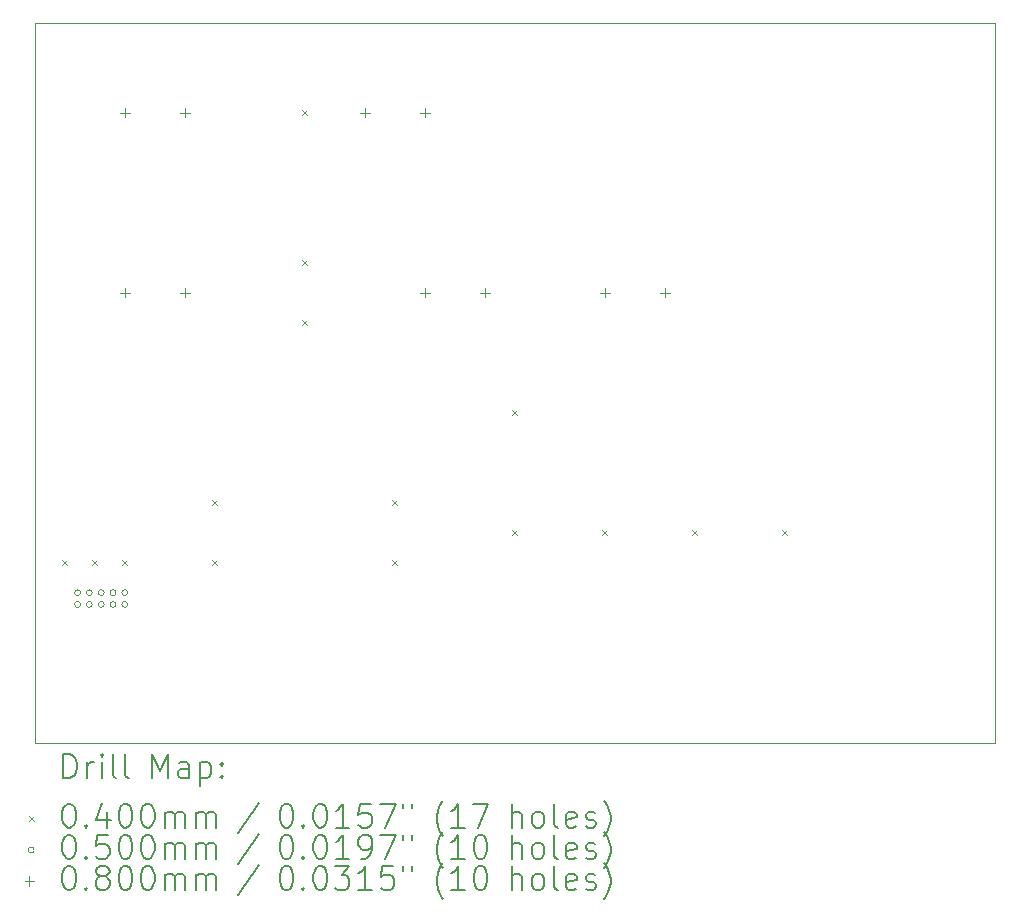
<source format=gbr>
%TF.GenerationSoftware,KiCad,Pcbnew,(7.0.0)*%
%TF.CreationDate,2023-02-22T15:50:25+01:00*%
%TF.ProjectId,PCH-1000JIG,5043482d-3130-4303-904a-49472e6b6963,rev?*%
%TF.SameCoordinates,Original*%
%TF.FileFunction,Drillmap*%
%TF.FilePolarity,Positive*%
%FSLAX45Y45*%
G04 Gerber Fmt 4.5, Leading zero omitted, Abs format (unit mm)*
G04 Created by KiCad (PCBNEW (7.0.0)) date 2023-02-22 15:50:25*
%MOMM*%
%LPD*%
G01*
G04 APERTURE LIST*
%ADD10C,0.100000*%
%ADD11C,0.200000*%
%ADD12C,0.040000*%
%ADD13C,0.050000*%
%ADD14C,0.080000*%
G04 APERTURE END LIST*
D10*
X1524000Y-1524000D02*
X9652000Y-1524000D01*
X9652000Y-1524000D02*
X9652000Y-7620000D01*
X9652000Y-7620000D02*
X1524000Y-7620000D01*
X1524000Y-7620000D02*
X1524000Y-1524000D01*
D11*
D12*
X1758000Y-6076000D02*
X1798000Y-6116000D01*
X1798000Y-6076000D02*
X1758000Y-6116000D01*
X2012000Y-6076000D02*
X2052000Y-6116000D01*
X2052000Y-6076000D02*
X2012000Y-6116000D01*
X2266000Y-6076000D02*
X2306000Y-6116000D01*
X2306000Y-6076000D02*
X2266000Y-6116000D01*
X3028000Y-5568000D02*
X3068000Y-5608000D01*
X3068000Y-5568000D02*
X3028000Y-5608000D01*
X3028000Y-6076000D02*
X3068000Y-6116000D01*
X3068000Y-6076000D02*
X3028000Y-6116000D01*
X3790000Y-2266000D02*
X3830000Y-2306000D01*
X3830000Y-2266000D02*
X3790000Y-2306000D01*
X3790000Y-3536000D02*
X3830000Y-3576000D01*
X3830000Y-3536000D02*
X3790000Y-3576000D01*
X3790000Y-3536000D02*
X3830000Y-3576000D01*
X3830000Y-3536000D02*
X3790000Y-3576000D01*
X3790000Y-4044000D02*
X3830000Y-4084000D01*
X3830000Y-4044000D02*
X3790000Y-4084000D01*
X3790000Y-4044000D02*
X3830000Y-4084000D01*
X3830000Y-4044000D02*
X3790000Y-4084000D01*
X4552000Y-5568000D02*
X4592000Y-5608000D01*
X4592000Y-5568000D02*
X4552000Y-5608000D01*
X4552000Y-6076000D02*
X4592000Y-6116000D01*
X4592000Y-6076000D02*
X4552000Y-6116000D01*
X5568000Y-4806000D02*
X5608000Y-4846000D01*
X5608000Y-4806000D02*
X5568000Y-4846000D01*
X5568000Y-5822000D02*
X5608000Y-5862000D01*
X5608000Y-5822000D02*
X5568000Y-5862000D01*
X6330000Y-5822000D02*
X6370000Y-5862000D01*
X6370000Y-5822000D02*
X6330000Y-5862000D01*
X7092000Y-5822000D02*
X7132000Y-5862000D01*
X7132000Y-5822000D02*
X7092000Y-5862000D01*
X7854000Y-5822000D02*
X7894000Y-5862000D01*
X7894000Y-5822000D02*
X7854000Y-5862000D01*
D13*
X1911000Y-6350000D02*
G75*
G03*
X1911000Y-6350000I-25000J0D01*
G01*
X1911000Y-6450000D02*
G75*
G03*
X1911000Y-6450000I-25000J0D01*
G01*
X2011000Y-6350000D02*
G75*
G03*
X2011000Y-6350000I-25000J0D01*
G01*
X2011000Y-6450000D02*
G75*
G03*
X2011000Y-6450000I-25000J0D01*
G01*
X2111000Y-6350000D02*
G75*
G03*
X2111000Y-6350000I-25000J0D01*
G01*
X2111000Y-6450000D02*
G75*
G03*
X2111000Y-6450000I-25000J0D01*
G01*
X2211000Y-6350000D02*
G75*
G03*
X2211000Y-6350000I-25000J0D01*
G01*
X2211000Y-6450000D02*
G75*
G03*
X2211000Y-6450000I-25000J0D01*
G01*
X2311000Y-6350000D02*
G75*
G03*
X2311000Y-6350000I-25000J0D01*
G01*
X2311000Y-6450000D02*
G75*
G03*
X2311000Y-6450000I-25000J0D01*
G01*
D14*
X2286000Y-2246000D02*
X2286000Y-2326000D01*
X2246000Y-2286000D02*
X2326000Y-2286000D01*
X2286000Y-3770000D02*
X2286000Y-3850000D01*
X2246000Y-3810000D02*
X2326000Y-3810000D01*
X2794000Y-2246000D02*
X2794000Y-2326000D01*
X2754000Y-2286000D02*
X2834000Y-2286000D01*
X2794000Y-3770000D02*
X2794000Y-3850000D01*
X2754000Y-3810000D02*
X2834000Y-3810000D01*
X4318000Y-2246000D02*
X4318000Y-2326000D01*
X4278000Y-2286000D02*
X4358000Y-2286000D01*
X4826000Y-2246000D02*
X4826000Y-2326000D01*
X4786000Y-2286000D02*
X4866000Y-2286000D01*
X4826000Y-3770000D02*
X4826000Y-3850000D01*
X4786000Y-3810000D02*
X4866000Y-3810000D01*
X5334000Y-3770000D02*
X5334000Y-3850000D01*
X5294000Y-3810000D02*
X5374000Y-3810000D01*
X6350000Y-3770000D02*
X6350000Y-3850000D01*
X6310000Y-3810000D02*
X6390000Y-3810000D01*
X6858000Y-3770000D02*
X6858000Y-3850000D01*
X6818000Y-3810000D02*
X6898000Y-3810000D01*
D11*
X1766619Y-7918476D02*
X1766619Y-7718476D01*
X1766619Y-7718476D02*
X1814238Y-7718476D01*
X1814238Y-7718476D02*
X1842809Y-7728000D01*
X1842809Y-7728000D02*
X1861857Y-7747048D01*
X1861857Y-7747048D02*
X1871381Y-7766095D01*
X1871381Y-7766095D02*
X1880905Y-7804190D01*
X1880905Y-7804190D02*
X1880905Y-7832762D01*
X1880905Y-7832762D02*
X1871381Y-7870857D01*
X1871381Y-7870857D02*
X1861857Y-7889905D01*
X1861857Y-7889905D02*
X1842809Y-7908952D01*
X1842809Y-7908952D02*
X1814238Y-7918476D01*
X1814238Y-7918476D02*
X1766619Y-7918476D01*
X1966619Y-7918476D02*
X1966619Y-7785143D01*
X1966619Y-7823238D02*
X1976143Y-7804190D01*
X1976143Y-7804190D02*
X1985667Y-7794667D01*
X1985667Y-7794667D02*
X2004714Y-7785143D01*
X2004714Y-7785143D02*
X2023762Y-7785143D01*
X2090428Y-7918476D02*
X2090428Y-7785143D01*
X2090428Y-7718476D02*
X2080905Y-7728000D01*
X2080905Y-7728000D02*
X2090428Y-7737524D01*
X2090428Y-7737524D02*
X2099952Y-7728000D01*
X2099952Y-7728000D02*
X2090428Y-7718476D01*
X2090428Y-7718476D02*
X2090428Y-7737524D01*
X2214238Y-7918476D02*
X2195190Y-7908952D01*
X2195190Y-7908952D02*
X2185667Y-7889905D01*
X2185667Y-7889905D02*
X2185667Y-7718476D01*
X2319000Y-7918476D02*
X2299952Y-7908952D01*
X2299952Y-7908952D02*
X2290429Y-7889905D01*
X2290429Y-7889905D02*
X2290429Y-7718476D01*
X2515190Y-7918476D02*
X2515190Y-7718476D01*
X2515190Y-7718476D02*
X2581857Y-7861333D01*
X2581857Y-7861333D02*
X2648524Y-7718476D01*
X2648524Y-7718476D02*
X2648524Y-7918476D01*
X2829476Y-7918476D02*
X2829476Y-7813714D01*
X2829476Y-7813714D02*
X2819952Y-7794667D01*
X2819952Y-7794667D02*
X2800905Y-7785143D01*
X2800905Y-7785143D02*
X2762809Y-7785143D01*
X2762809Y-7785143D02*
X2743762Y-7794667D01*
X2829476Y-7908952D02*
X2810428Y-7918476D01*
X2810428Y-7918476D02*
X2762809Y-7918476D01*
X2762809Y-7918476D02*
X2743762Y-7908952D01*
X2743762Y-7908952D02*
X2734238Y-7889905D01*
X2734238Y-7889905D02*
X2734238Y-7870857D01*
X2734238Y-7870857D02*
X2743762Y-7851809D01*
X2743762Y-7851809D02*
X2762809Y-7842286D01*
X2762809Y-7842286D02*
X2810428Y-7842286D01*
X2810428Y-7842286D02*
X2829476Y-7832762D01*
X2924714Y-7785143D02*
X2924714Y-7985143D01*
X2924714Y-7794667D02*
X2943762Y-7785143D01*
X2943762Y-7785143D02*
X2981857Y-7785143D01*
X2981857Y-7785143D02*
X3000905Y-7794667D01*
X3000905Y-7794667D02*
X3010428Y-7804190D01*
X3010428Y-7804190D02*
X3019952Y-7823238D01*
X3019952Y-7823238D02*
X3019952Y-7880381D01*
X3019952Y-7880381D02*
X3010428Y-7899428D01*
X3010428Y-7899428D02*
X3000905Y-7908952D01*
X3000905Y-7908952D02*
X2981857Y-7918476D01*
X2981857Y-7918476D02*
X2943762Y-7918476D01*
X2943762Y-7918476D02*
X2924714Y-7908952D01*
X3105667Y-7899428D02*
X3115190Y-7908952D01*
X3115190Y-7908952D02*
X3105667Y-7918476D01*
X3105667Y-7918476D02*
X3096143Y-7908952D01*
X3096143Y-7908952D02*
X3105667Y-7899428D01*
X3105667Y-7899428D02*
X3105667Y-7918476D01*
X3105667Y-7794667D02*
X3115190Y-7804190D01*
X3115190Y-7804190D02*
X3105667Y-7813714D01*
X3105667Y-7813714D02*
X3096143Y-7804190D01*
X3096143Y-7804190D02*
X3105667Y-7794667D01*
X3105667Y-7794667D02*
X3105667Y-7813714D01*
D12*
X1479000Y-8245000D02*
X1519000Y-8285000D01*
X1519000Y-8245000D02*
X1479000Y-8285000D01*
D11*
X1804714Y-8138476D02*
X1823762Y-8138476D01*
X1823762Y-8138476D02*
X1842809Y-8148000D01*
X1842809Y-8148000D02*
X1852333Y-8157524D01*
X1852333Y-8157524D02*
X1861857Y-8176571D01*
X1861857Y-8176571D02*
X1871381Y-8214667D01*
X1871381Y-8214667D02*
X1871381Y-8262286D01*
X1871381Y-8262286D02*
X1861857Y-8300381D01*
X1861857Y-8300381D02*
X1852333Y-8319428D01*
X1852333Y-8319428D02*
X1842809Y-8328952D01*
X1842809Y-8328952D02*
X1823762Y-8338476D01*
X1823762Y-8338476D02*
X1804714Y-8338476D01*
X1804714Y-8338476D02*
X1785667Y-8328952D01*
X1785667Y-8328952D02*
X1776143Y-8319428D01*
X1776143Y-8319428D02*
X1766619Y-8300381D01*
X1766619Y-8300381D02*
X1757095Y-8262286D01*
X1757095Y-8262286D02*
X1757095Y-8214667D01*
X1757095Y-8214667D02*
X1766619Y-8176571D01*
X1766619Y-8176571D02*
X1776143Y-8157524D01*
X1776143Y-8157524D02*
X1785667Y-8148000D01*
X1785667Y-8148000D02*
X1804714Y-8138476D01*
X1957095Y-8319428D02*
X1966619Y-8328952D01*
X1966619Y-8328952D02*
X1957095Y-8338476D01*
X1957095Y-8338476D02*
X1947571Y-8328952D01*
X1947571Y-8328952D02*
X1957095Y-8319428D01*
X1957095Y-8319428D02*
X1957095Y-8338476D01*
X2138048Y-8205143D02*
X2138048Y-8338476D01*
X2090428Y-8128952D02*
X2042809Y-8271809D01*
X2042809Y-8271809D02*
X2166619Y-8271809D01*
X2280905Y-8138476D02*
X2299952Y-8138476D01*
X2299952Y-8138476D02*
X2319000Y-8148000D01*
X2319000Y-8148000D02*
X2328524Y-8157524D01*
X2328524Y-8157524D02*
X2338048Y-8176571D01*
X2338048Y-8176571D02*
X2347571Y-8214667D01*
X2347571Y-8214667D02*
X2347571Y-8262286D01*
X2347571Y-8262286D02*
X2338048Y-8300381D01*
X2338048Y-8300381D02*
X2328524Y-8319428D01*
X2328524Y-8319428D02*
X2319000Y-8328952D01*
X2319000Y-8328952D02*
X2299952Y-8338476D01*
X2299952Y-8338476D02*
X2280905Y-8338476D01*
X2280905Y-8338476D02*
X2261857Y-8328952D01*
X2261857Y-8328952D02*
X2252333Y-8319428D01*
X2252333Y-8319428D02*
X2242810Y-8300381D01*
X2242810Y-8300381D02*
X2233286Y-8262286D01*
X2233286Y-8262286D02*
X2233286Y-8214667D01*
X2233286Y-8214667D02*
X2242810Y-8176571D01*
X2242810Y-8176571D02*
X2252333Y-8157524D01*
X2252333Y-8157524D02*
X2261857Y-8148000D01*
X2261857Y-8148000D02*
X2280905Y-8138476D01*
X2471381Y-8138476D02*
X2490429Y-8138476D01*
X2490429Y-8138476D02*
X2509476Y-8148000D01*
X2509476Y-8148000D02*
X2519000Y-8157524D01*
X2519000Y-8157524D02*
X2528524Y-8176571D01*
X2528524Y-8176571D02*
X2538048Y-8214667D01*
X2538048Y-8214667D02*
X2538048Y-8262286D01*
X2538048Y-8262286D02*
X2528524Y-8300381D01*
X2528524Y-8300381D02*
X2519000Y-8319428D01*
X2519000Y-8319428D02*
X2509476Y-8328952D01*
X2509476Y-8328952D02*
X2490429Y-8338476D01*
X2490429Y-8338476D02*
X2471381Y-8338476D01*
X2471381Y-8338476D02*
X2452333Y-8328952D01*
X2452333Y-8328952D02*
X2442810Y-8319428D01*
X2442810Y-8319428D02*
X2433286Y-8300381D01*
X2433286Y-8300381D02*
X2423762Y-8262286D01*
X2423762Y-8262286D02*
X2423762Y-8214667D01*
X2423762Y-8214667D02*
X2433286Y-8176571D01*
X2433286Y-8176571D02*
X2442810Y-8157524D01*
X2442810Y-8157524D02*
X2452333Y-8148000D01*
X2452333Y-8148000D02*
X2471381Y-8138476D01*
X2623762Y-8338476D02*
X2623762Y-8205143D01*
X2623762Y-8224190D02*
X2633286Y-8214667D01*
X2633286Y-8214667D02*
X2652333Y-8205143D01*
X2652333Y-8205143D02*
X2680905Y-8205143D01*
X2680905Y-8205143D02*
X2699952Y-8214667D01*
X2699952Y-8214667D02*
X2709476Y-8233714D01*
X2709476Y-8233714D02*
X2709476Y-8338476D01*
X2709476Y-8233714D02*
X2719000Y-8214667D01*
X2719000Y-8214667D02*
X2738048Y-8205143D01*
X2738048Y-8205143D02*
X2766619Y-8205143D01*
X2766619Y-8205143D02*
X2785667Y-8214667D01*
X2785667Y-8214667D02*
X2795191Y-8233714D01*
X2795191Y-8233714D02*
X2795191Y-8338476D01*
X2890429Y-8338476D02*
X2890429Y-8205143D01*
X2890429Y-8224190D02*
X2899952Y-8214667D01*
X2899952Y-8214667D02*
X2919000Y-8205143D01*
X2919000Y-8205143D02*
X2947571Y-8205143D01*
X2947571Y-8205143D02*
X2966619Y-8214667D01*
X2966619Y-8214667D02*
X2976143Y-8233714D01*
X2976143Y-8233714D02*
X2976143Y-8338476D01*
X2976143Y-8233714D02*
X2985667Y-8214667D01*
X2985667Y-8214667D02*
X3004714Y-8205143D01*
X3004714Y-8205143D02*
X3033286Y-8205143D01*
X3033286Y-8205143D02*
X3052333Y-8214667D01*
X3052333Y-8214667D02*
X3061857Y-8233714D01*
X3061857Y-8233714D02*
X3061857Y-8338476D01*
X3419952Y-8128952D02*
X3248524Y-8386095D01*
X3644714Y-8138476D02*
X3663762Y-8138476D01*
X3663762Y-8138476D02*
X3682810Y-8148000D01*
X3682810Y-8148000D02*
X3692333Y-8157524D01*
X3692333Y-8157524D02*
X3701857Y-8176571D01*
X3701857Y-8176571D02*
X3711381Y-8214667D01*
X3711381Y-8214667D02*
X3711381Y-8262286D01*
X3711381Y-8262286D02*
X3701857Y-8300381D01*
X3701857Y-8300381D02*
X3692333Y-8319428D01*
X3692333Y-8319428D02*
X3682810Y-8328952D01*
X3682810Y-8328952D02*
X3663762Y-8338476D01*
X3663762Y-8338476D02*
X3644714Y-8338476D01*
X3644714Y-8338476D02*
X3625667Y-8328952D01*
X3625667Y-8328952D02*
X3616143Y-8319428D01*
X3616143Y-8319428D02*
X3606619Y-8300381D01*
X3606619Y-8300381D02*
X3597095Y-8262286D01*
X3597095Y-8262286D02*
X3597095Y-8214667D01*
X3597095Y-8214667D02*
X3606619Y-8176571D01*
X3606619Y-8176571D02*
X3616143Y-8157524D01*
X3616143Y-8157524D02*
X3625667Y-8148000D01*
X3625667Y-8148000D02*
X3644714Y-8138476D01*
X3797095Y-8319428D02*
X3806619Y-8328952D01*
X3806619Y-8328952D02*
X3797095Y-8338476D01*
X3797095Y-8338476D02*
X3787571Y-8328952D01*
X3787571Y-8328952D02*
X3797095Y-8319428D01*
X3797095Y-8319428D02*
X3797095Y-8338476D01*
X3930429Y-8138476D02*
X3949476Y-8138476D01*
X3949476Y-8138476D02*
X3968524Y-8148000D01*
X3968524Y-8148000D02*
X3978048Y-8157524D01*
X3978048Y-8157524D02*
X3987571Y-8176571D01*
X3987571Y-8176571D02*
X3997095Y-8214667D01*
X3997095Y-8214667D02*
X3997095Y-8262286D01*
X3997095Y-8262286D02*
X3987571Y-8300381D01*
X3987571Y-8300381D02*
X3978048Y-8319428D01*
X3978048Y-8319428D02*
X3968524Y-8328952D01*
X3968524Y-8328952D02*
X3949476Y-8338476D01*
X3949476Y-8338476D02*
X3930429Y-8338476D01*
X3930429Y-8338476D02*
X3911381Y-8328952D01*
X3911381Y-8328952D02*
X3901857Y-8319428D01*
X3901857Y-8319428D02*
X3892333Y-8300381D01*
X3892333Y-8300381D02*
X3882810Y-8262286D01*
X3882810Y-8262286D02*
X3882810Y-8214667D01*
X3882810Y-8214667D02*
X3892333Y-8176571D01*
X3892333Y-8176571D02*
X3901857Y-8157524D01*
X3901857Y-8157524D02*
X3911381Y-8148000D01*
X3911381Y-8148000D02*
X3930429Y-8138476D01*
X4187571Y-8338476D02*
X4073286Y-8338476D01*
X4130429Y-8338476D02*
X4130429Y-8138476D01*
X4130429Y-8138476D02*
X4111381Y-8167048D01*
X4111381Y-8167048D02*
X4092333Y-8186095D01*
X4092333Y-8186095D02*
X4073286Y-8195619D01*
X4368524Y-8138476D02*
X4273286Y-8138476D01*
X4273286Y-8138476D02*
X4263762Y-8233714D01*
X4263762Y-8233714D02*
X4273286Y-8224190D01*
X4273286Y-8224190D02*
X4292333Y-8214667D01*
X4292333Y-8214667D02*
X4339953Y-8214667D01*
X4339953Y-8214667D02*
X4359000Y-8224190D01*
X4359000Y-8224190D02*
X4368524Y-8233714D01*
X4368524Y-8233714D02*
X4378048Y-8252762D01*
X4378048Y-8252762D02*
X4378048Y-8300381D01*
X4378048Y-8300381D02*
X4368524Y-8319428D01*
X4368524Y-8319428D02*
X4359000Y-8328952D01*
X4359000Y-8328952D02*
X4339953Y-8338476D01*
X4339953Y-8338476D02*
X4292333Y-8338476D01*
X4292333Y-8338476D02*
X4273286Y-8328952D01*
X4273286Y-8328952D02*
X4263762Y-8319428D01*
X4444714Y-8138476D02*
X4578048Y-8138476D01*
X4578048Y-8138476D02*
X4492333Y-8338476D01*
X4644714Y-8138476D02*
X4644714Y-8176571D01*
X4720905Y-8138476D02*
X4720905Y-8176571D01*
X4983762Y-8414667D02*
X4974238Y-8405143D01*
X4974238Y-8405143D02*
X4955191Y-8376571D01*
X4955191Y-8376571D02*
X4945667Y-8357524D01*
X4945667Y-8357524D02*
X4936143Y-8328952D01*
X4936143Y-8328952D02*
X4926619Y-8281333D01*
X4926619Y-8281333D02*
X4926619Y-8243238D01*
X4926619Y-8243238D02*
X4936143Y-8195619D01*
X4936143Y-8195619D02*
X4945667Y-8167048D01*
X4945667Y-8167048D02*
X4955191Y-8148000D01*
X4955191Y-8148000D02*
X4974238Y-8119428D01*
X4974238Y-8119428D02*
X4983762Y-8109905D01*
X5164714Y-8338476D02*
X5050429Y-8338476D01*
X5107572Y-8338476D02*
X5107572Y-8138476D01*
X5107572Y-8138476D02*
X5088524Y-8167048D01*
X5088524Y-8167048D02*
X5069476Y-8186095D01*
X5069476Y-8186095D02*
X5050429Y-8195619D01*
X5231381Y-8138476D02*
X5364714Y-8138476D01*
X5364714Y-8138476D02*
X5279000Y-8338476D01*
X5560905Y-8338476D02*
X5560905Y-8138476D01*
X5646619Y-8338476D02*
X5646619Y-8233714D01*
X5646619Y-8233714D02*
X5637095Y-8214667D01*
X5637095Y-8214667D02*
X5618048Y-8205143D01*
X5618048Y-8205143D02*
X5589476Y-8205143D01*
X5589476Y-8205143D02*
X5570429Y-8214667D01*
X5570429Y-8214667D02*
X5560905Y-8224190D01*
X5770429Y-8338476D02*
X5751381Y-8328952D01*
X5751381Y-8328952D02*
X5741857Y-8319428D01*
X5741857Y-8319428D02*
X5732333Y-8300381D01*
X5732333Y-8300381D02*
X5732333Y-8243238D01*
X5732333Y-8243238D02*
X5741857Y-8224190D01*
X5741857Y-8224190D02*
X5751381Y-8214667D01*
X5751381Y-8214667D02*
X5770429Y-8205143D01*
X5770429Y-8205143D02*
X5799000Y-8205143D01*
X5799000Y-8205143D02*
X5818048Y-8214667D01*
X5818048Y-8214667D02*
X5827572Y-8224190D01*
X5827572Y-8224190D02*
X5837095Y-8243238D01*
X5837095Y-8243238D02*
X5837095Y-8300381D01*
X5837095Y-8300381D02*
X5827572Y-8319428D01*
X5827572Y-8319428D02*
X5818048Y-8328952D01*
X5818048Y-8328952D02*
X5799000Y-8338476D01*
X5799000Y-8338476D02*
X5770429Y-8338476D01*
X5951381Y-8338476D02*
X5932333Y-8328952D01*
X5932333Y-8328952D02*
X5922810Y-8309905D01*
X5922810Y-8309905D02*
X5922810Y-8138476D01*
X6103762Y-8328952D02*
X6084714Y-8338476D01*
X6084714Y-8338476D02*
X6046619Y-8338476D01*
X6046619Y-8338476D02*
X6027572Y-8328952D01*
X6027572Y-8328952D02*
X6018048Y-8309905D01*
X6018048Y-8309905D02*
X6018048Y-8233714D01*
X6018048Y-8233714D02*
X6027572Y-8214667D01*
X6027572Y-8214667D02*
X6046619Y-8205143D01*
X6046619Y-8205143D02*
X6084714Y-8205143D01*
X6084714Y-8205143D02*
X6103762Y-8214667D01*
X6103762Y-8214667D02*
X6113286Y-8233714D01*
X6113286Y-8233714D02*
X6113286Y-8252762D01*
X6113286Y-8252762D02*
X6018048Y-8271809D01*
X6189476Y-8328952D02*
X6208524Y-8338476D01*
X6208524Y-8338476D02*
X6246619Y-8338476D01*
X6246619Y-8338476D02*
X6265667Y-8328952D01*
X6265667Y-8328952D02*
X6275191Y-8309905D01*
X6275191Y-8309905D02*
X6275191Y-8300381D01*
X6275191Y-8300381D02*
X6265667Y-8281333D01*
X6265667Y-8281333D02*
X6246619Y-8271809D01*
X6246619Y-8271809D02*
X6218048Y-8271809D01*
X6218048Y-8271809D02*
X6199000Y-8262286D01*
X6199000Y-8262286D02*
X6189476Y-8243238D01*
X6189476Y-8243238D02*
X6189476Y-8233714D01*
X6189476Y-8233714D02*
X6199000Y-8214667D01*
X6199000Y-8214667D02*
X6218048Y-8205143D01*
X6218048Y-8205143D02*
X6246619Y-8205143D01*
X6246619Y-8205143D02*
X6265667Y-8214667D01*
X6341857Y-8414667D02*
X6351381Y-8405143D01*
X6351381Y-8405143D02*
X6370429Y-8376571D01*
X6370429Y-8376571D02*
X6379953Y-8357524D01*
X6379953Y-8357524D02*
X6389476Y-8328952D01*
X6389476Y-8328952D02*
X6399000Y-8281333D01*
X6399000Y-8281333D02*
X6399000Y-8243238D01*
X6399000Y-8243238D02*
X6389476Y-8195619D01*
X6389476Y-8195619D02*
X6379953Y-8167048D01*
X6379953Y-8167048D02*
X6370429Y-8148000D01*
X6370429Y-8148000D02*
X6351381Y-8119428D01*
X6351381Y-8119428D02*
X6341857Y-8109905D01*
D13*
X1519000Y-8529000D02*
G75*
G03*
X1519000Y-8529000I-25000J0D01*
G01*
D11*
X1804714Y-8402476D02*
X1823762Y-8402476D01*
X1823762Y-8402476D02*
X1842809Y-8412000D01*
X1842809Y-8412000D02*
X1852333Y-8421524D01*
X1852333Y-8421524D02*
X1861857Y-8440571D01*
X1861857Y-8440571D02*
X1871381Y-8478667D01*
X1871381Y-8478667D02*
X1871381Y-8526286D01*
X1871381Y-8526286D02*
X1861857Y-8564381D01*
X1861857Y-8564381D02*
X1852333Y-8583429D01*
X1852333Y-8583429D02*
X1842809Y-8592952D01*
X1842809Y-8592952D02*
X1823762Y-8602476D01*
X1823762Y-8602476D02*
X1804714Y-8602476D01*
X1804714Y-8602476D02*
X1785667Y-8592952D01*
X1785667Y-8592952D02*
X1776143Y-8583429D01*
X1776143Y-8583429D02*
X1766619Y-8564381D01*
X1766619Y-8564381D02*
X1757095Y-8526286D01*
X1757095Y-8526286D02*
X1757095Y-8478667D01*
X1757095Y-8478667D02*
X1766619Y-8440571D01*
X1766619Y-8440571D02*
X1776143Y-8421524D01*
X1776143Y-8421524D02*
X1785667Y-8412000D01*
X1785667Y-8412000D02*
X1804714Y-8402476D01*
X1957095Y-8583429D02*
X1966619Y-8592952D01*
X1966619Y-8592952D02*
X1957095Y-8602476D01*
X1957095Y-8602476D02*
X1947571Y-8592952D01*
X1947571Y-8592952D02*
X1957095Y-8583429D01*
X1957095Y-8583429D02*
X1957095Y-8602476D01*
X2147571Y-8402476D02*
X2052333Y-8402476D01*
X2052333Y-8402476D02*
X2042809Y-8497714D01*
X2042809Y-8497714D02*
X2052333Y-8488190D01*
X2052333Y-8488190D02*
X2071381Y-8478667D01*
X2071381Y-8478667D02*
X2119000Y-8478667D01*
X2119000Y-8478667D02*
X2138048Y-8488190D01*
X2138048Y-8488190D02*
X2147571Y-8497714D01*
X2147571Y-8497714D02*
X2157095Y-8516762D01*
X2157095Y-8516762D02*
X2157095Y-8564381D01*
X2157095Y-8564381D02*
X2147571Y-8583429D01*
X2147571Y-8583429D02*
X2138048Y-8592952D01*
X2138048Y-8592952D02*
X2119000Y-8602476D01*
X2119000Y-8602476D02*
X2071381Y-8602476D01*
X2071381Y-8602476D02*
X2052333Y-8592952D01*
X2052333Y-8592952D02*
X2042809Y-8583429D01*
X2280905Y-8402476D02*
X2299952Y-8402476D01*
X2299952Y-8402476D02*
X2319000Y-8412000D01*
X2319000Y-8412000D02*
X2328524Y-8421524D01*
X2328524Y-8421524D02*
X2338048Y-8440571D01*
X2338048Y-8440571D02*
X2347571Y-8478667D01*
X2347571Y-8478667D02*
X2347571Y-8526286D01*
X2347571Y-8526286D02*
X2338048Y-8564381D01*
X2338048Y-8564381D02*
X2328524Y-8583429D01*
X2328524Y-8583429D02*
X2319000Y-8592952D01*
X2319000Y-8592952D02*
X2299952Y-8602476D01*
X2299952Y-8602476D02*
X2280905Y-8602476D01*
X2280905Y-8602476D02*
X2261857Y-8592952D01*
X2261857Y-8592952D02*
X2252333Y-8583429D01*
X2252333Y-8583429D02*
X2242810Y-8564381D01*
X2242810Y-8564381D02*
X2233286Y-8526286D01*
X2233286Y-8526286D02*
X2233286Y-8478667D01*
X2233286Y-8478667D02*
X2242810Y-8440571D01*
X2242810Y-8440571D02*
X2252333Y-8421524D01*
X2252333Y-8421524D02*
X2261857Y-8412000D01*
X2261857Y-8412000D02*
X2280905Y-8402476D01*
X2471381Y-8402476D02*
X2490429Y-8402476D01*
X2490429Y-8402476D02*
X2509476Y-8412000D01*
X2509476Y-8412000D02*
X2519000Y-8421524D01*
X2519000Y-8421524D02*
X2528524Y-8440571D01*
X2528524Y-8440571D02*
X2538048Y-8478667D01*
X2538048Y-8478667D02*
X2538048Y-8526286D01*
X2538048Y-8526286D02*
X2528524Y-8564381D01*
X2528524Y-8564381D02*
X2519000Y-8583429D01*
X2519000Y-8583429D02*
X2509476Y-8592952D01*
X2509476Y-8592952D02*
X2490429Y-8602476D01*
X2490429Y-8602476D02*
X2471381Y-8602476D01*
X2471381Y-8602476D02*
X2452333Y-8592952D01*
X2452333Y-8592952D02*
X2442810Y-8583429D01*
X2442810Y-8583429D02*
X2433286Y-8564381D01*
X2433286Y-8564381D02*
X2423762Y-8526286D01*
X2423762Y-8526286D02*
X2423762Y-8478667D01*
X2423762Y-8478667D02*
X2433286Y-8440571D01*
X2433286Y-8440571D02*
X2442810Y-8421524D01*
X2442810Y-8421524D02*
X2452333Y-8412000D01*
X2452333Y-8412000D02*
X2471381Y-8402476D01*
X2623762Y-8602476D02*
X2623762Y-8469143D01*
X2623762Y-8488190D02*
X2633286Y-8478667D01*
X2633286Y-8478667D02*
X2652333Y-8469143D01*
X2652333Y-8469143D02*
X2680905Y-8469143D01*
X2680905Y-8469143D02*
X2699952Y-8478667D01*
X2699952Y-8478667D02*
X2709476Y-8497714D01*
X2709476Y-8497714D02*
X2709476Y-8602476D01*
X2709476Y-8497714D02*
X2719000Y-8478667D01*
X2719000Y-8478667D02*
X2738048Y-8469143D01*
X2738048Y-8469143D02*
X2766619Y-8469143D01*
X2766619Y-8469143D02*
X2785667Y-8478667D01*
X2785667Y-8478667D02*
X2795191Y-8497714D01*
X2795191Y-8497714D02*
X2795191Y-8602476D01*
X2890429Y-8602476D02*
X2890429Y-8469143D01*
X2890429Y-8488190D02*
X2899952Y-8478667D01*
X2899952Y-8478667D02*
X2919000Y-8469143D01*
X2919000Y-8469143D02*
X2947571Y-8469143D01*
X2947571Y-8469143D02*
X2966619Y-8478667D01*
X2966619Y-8478667D02*
X2976143Y-8497714D01*
X2976143Y-8497714D02*
X2976143Y-8602476D01*
X2976143Y-8497714D02*
X2985667Y-8478667D01*
X2985667Y-8478667D02*
X3004714Y-8469143D01*
X3004714Y-8469143D02*
X3033286Y-8469143D01*
X3033286Y-8469143D02*
X3052333Y-8478667D01*
X3052333Y-8478667D02*
X3061857Y-8497714D01*
X3061857Y-8497714D02*
X3061857Y-8602476D01*
X3419952Y-8392952D02*
X3248524Y-8650095D01*
X3644714Y-8402476D02*
X3663762Y-8402476D01*
X3663762Y-8402476D02*
X3682810Y-8412000D01*
X3682810Y-8412000D02*
X3692333Y-8421524D01*
X3692333Y-8421524D02*
X3701857Y-8440571D01*
X3701857Y-8440571D02*
X3711381Y-8478667D01*
X3711381Y-8478667D02*
X3711381Y-8526286D01*
X3711381Y-8526286D02*
X3701857Y-8564381D01*
X3701857Y-8564381D02*
X3692333Y-8583429D01*
X3692333Y-8583429D02*
X3682810Y-8592952D01*
X3682810Y-8592952D02*
X3663762Y-8602476D01*
X3663762Y-8602476D02*
X3644714Y-8602476D01*
X3644714Y-8602476D02*
X3625667Y-8592952D01*
X3625667Y-8592952D02*
X3616143Y-8583429D01*
X3616143Y-8583429D02*
X3606619Y-8564381D01*
X3606619Y-8564381D02*
X3597095Y-8526286D01*
X3597095Y-8526286D02*
X3597095Y-8478667D01*
X3597095Y-8478667D02*
X3606619Y-8440571D01*
X3606619Y-8440571D02*
X3616143Y-8421524D01*
X3616143Y-8421524D02*
X3625667Y-8412000D01*
X3625667Y-8412000D02*
X3644714Y-8402476D01*
X3797095Y-8583429D02*
X3806619Y-8592952D01*
X3806619Y-8592952D02*
X3797095Y-8602476D01*
X3797095Y-8602476D02*
X3787571Y-8592952D01*
X3787571Y-8592952D02*
X3797095Y-8583429D01*
X3797095Y-8583429D02*
X3797095Y-8602476D01*
X3930429Y-8402476D02*
X3949476Y-8402476D01*
X3949476Y-8402476D02*
X3968524Y-8412000D01*
X3968524Y-8412000D02*
X3978048Y-8421524D01*
X3978048Y-8421524D02*
X3987571Y-8440571D01*
X3987571Y-8440571D02*
X3997095Y-8478667D01*
X3997095Y-8478667D02*
X3997095Y-8526286D01*
X3997095Y-8526286D02*
X3987571Y-8564381D01*
X3987571Y-8564381D02*
X3978048Y-8583429D01*
X3978048Y-8583429D02*
X3968524Y-8592952D01*
X3968524Y-8592952D02*
X3949476Y-8602476D01*
X3949476Y-8602476D02*
X3930429Y-8602476D01*
X3930429Y-8602476D02*
X3911381Y-8592952D01*
X3911381Y-8592952D02*
X3901857Y-8583429D01*
X3901857Y-8583429D02*
X3892333Y-8564381D01*
X3892333Y-8564381D02*
X3882810Y-8526286D01*
X3882810Y-8526286D02*
X3882810Y-8478667D01*
X3882810Y-8478667D02*
X3892333Y-8440571D01*
X3892333Y-8440571D02*
X3901857Y-8421524D01*
X3901857Y-8421524D02*
X3911381Y-8412000D01*
X3911381Y-8412000D02*
X3930429Y-8402476D01*
X4187571Y-8602476D02*
X4073286Y-8602476D01*
X4130429Y-8602476D02*
X4130429Y-8402476D01*
X4130429Y-8402476D02*
X4111381Y-8431048D01*
X4111381Y-8431048D02*
X4092333Y-8450095D01*
X4092333Y-8450095D02*
X4073286Y-8459619D01*
X4282810Y-8602476D02*
X4320905Y-8602476D01*
X4320905Y-8602476D02*
X4339953Y-8592952D01*
X4339953Y-8592952D02*
X4349476Y-8583429D01*
X4349476Y-8583429D02*
X4368524Y-8554857D01*
X4368524Y-8554857D02*
X4378048Y-8516762D01*
X4378048Y-8516762D02*
X4378048Y-8440571D01*
X4378048Y-8440571D02*
X4368524Y-8421524D01*
X4368524Y-8421524D02*
X4359000Y-8412000D01*
X4359000Y-8412000D02*
X4339953Y-8402476D01*
X4339953Y-8402476D02*
X4301857Y-8402476D01*
X4301857Y-8402476D02*
X4282810Y-8412000D01*
X4282810Y-8412000D02*
X4273286Y-8421524D01*
X4273286Y-8421524D02*
X4263762Y-8440571D01*
X4263762Y-8440571D02*
X4263762Y-8488190D01*
X4263762Y-8488190D02*
X4273286Y-8507238D01*
X4273286Y-8507238D02*
X4282810Y-8516762D01*
X4282810Y-8516762D02*
X4301857Y-8526286D01*
X4301857Y-8526286D02*
X4339953Y-8526286D01*
X4339953Y-8526286D02*
X4359000Y-8516762D01*
X4359000Y-8516762D02*
X4368524Y-8507238D01*
X4368524Y-8507238D02*
X4378048Y-8488190D01*
X4444714Y-8402476D02*
X4578048Y-8402476D01*
X4578048Y-8402476D02*
X4492333Y-8602476D01*
X4644714Y-8402476D02*
X4644714Y-8440571D01*
X4720905Y-8402476D02*
X4720905Y-8440571D01*
X4983762Y-8678667D02*
X4974238Y-8669143D01*
X4974238Y-8669143D02*
X4955191Y-8640571D01*
X4955191Y-8640571D02*
X4945667Y-8621524D01*
X4945667Y-8621524D02*
X4936143Y-8592952D01*
X4936143Y-8592952D02*
X4926619Y-8545333D01*
X4926619Y-8545333D02*
X4926619Y-8507238D01*
X4926619Y-8507238D02*
X4936143Y-8459619D01*
X4936143Y-8459619D02*
X4945667Y-8431048D01*
X4945667Y-8431048D02*
X4955191Y-8412000D01*
X4955191Y-8412000D02*
X4974238Y-8383428D01*
X4974238Y-8383428D02*
X4983762Y-8373905D01*
X5164714Y-8602476D02*
X5050429Y-8602476D01*
X5107572Y-8602476D02*
X5107572Y-8402476D01*
X5107572Y-8402476D02*
X5088524Y-8431048D01*
X5088524Y-8431048D02*
X5069476Y-8450095D01*
X5069476Y-8450095D02*
X5050429Y-8459619D01*
X5288524Y-8402476D02*
X5307572Y-8402476D01*
X5307572Y-8402476D02*
X5326619Y-8412000D01*
X5326619Y-8412000D02*
X5336143Y-8421524D01*
X5336143Y-8421524D02*
X5345667Y-8440571D01*
X5345667Y-8440571D02*
X5355191Y-8478667D01*
X5355191Y-8478667D02*
X5355191Y-8526286D01*
X5355191Y-8526286D02*
X5345667Y-8564381D01*
X5345667Y-8564381D02*
X5336143Y-8583429D01*
X5336143Y-8583429D02*
X5326619Y-8592952D01*
X5326619Y-8592952D02*
X5307572Y-8602476D01*
X5307572Y-8602476D02*
X5288524Y-8602476D01*
X5288524Y-8602476D02*
X5269476Y-8592952D01*
X5269476Y-8592952D02*
X5259953Y-8583429D01*
X5259953Y-8583429D02*
X5250429Y-8564381D01*
X5250429Y-8564381D02*
X5240905Y-8526286D01*
X5240905Y-8526286D02*
X5240905Y-8478667D01*
X5240905Y-8478667D02*
X5250429Y-8440571D01*
X5250429Y-8440571D02*
X5259953Y-8421524D01*
X5259953Y-8421524D02*
X5269476Y-8412000D01*
X5269476Y-8412000D02*
X5288524Y-8402476D01*
X5560905Y-8602476D02*
X5560905Y-8402476D01*
X5646619Y-8602476D02*
X5646619Y-8497714D01*
X5646619Y-8497714D02*
X5637095Y-8478667D01*
X5637095Y-8478667D02*
X5618048Y-8469143D01*
X5618048Y-8469143D02*
X5589476Y-8469143D01*
X5589476Y-8469143D02*
X5570429Y-8478667D01*
X5570429Y-8478667D02*
X5560905Y-8488190D01*
X5770429Y-8602476D02*
X5751381Y-8592952D01*
X5751381Y-8592952D02*
X5741857Y-8583429D01*
X5741857Y-8583429D02*
X5732333Y-8564381D01*
X5732333Y-8564381D02*
X5732333Y-8507238D01*
X5732333Y-8507238D02*
X5741857Y-8488190D01*
X5741857Y-8488190D02*
X5751381Y-8478667D01*
X5751381Y-8478667D02*
X5770429Y-8469143D01*
X5770429Y-8469143D02*
X5799000Y-8469143D01*
X5799000Y-8469143D02*
X5818048Y-8478667D01*
X5818048Y-8478667D02*
X5827572Y-8488190D01*
X5827572Y-8488190D02*
X5837095Y-8507238D01*
X5837095Y-8507238D02*
X5837095Y-8564381D01*
X5837095Y-8564381D02*
X5827572Y-8583429D01*
X5827572Y-8583429D02*
X5818048Y-8592952D01*
X5818048Y-8592952D02*
X5799000Y-8602476D01*
X5799000Y-8602476D02*
X5770429Y-8602476D01*
X5951381Y-8602476D02*
X5932333Y-8592952D01*
X5932333Y-8592952D02*
X5922810Y-8573905D01*
X5922810Y-8573905D02*
X5922810Y-8402476D01*
X6103762Y-8592952D02*
X6084714Y-8602476D01*
X6084714Y-8602476D02*
X6046619Y-8602476D01*
X6046619Y-8602476D02*
X6027572Y-8592952D01*
X6027572Y-8592952D02*
X6018048Y-8573905D01*
X6018048Y-8573905D02*
X6018048Y-8497714D01*
X6018048Y-8497714D02*
X6027572Y-8478667D01*
X6027572Y-8478667D02*
X6046619Y-8469143D01*
X6046619Y-8469143D02*
X6084714Y-8469143D01*
X6084714Y-8469143D02*
X6103762Y-8478667D01*
X6103762Y-8478667D02*
X6113286Y-8497714D01*
X6113286Y-8497714D02*
X6113286Y-8516762D01*
X6113286Y-8516762D02*
X6018048Y-8535810D01*
X6189476Y-8592952D02*
X6208524Y-8602476D01*
X6208524Y-8602476D02*
X6246619Y-8602476D01*
X6246619Y-8602476D02*
X6265667Y-8592952D01*
X6265667Y-8592952D02*
X6275191Y-8573905D01*
X6275191Y-8573905D02*
X6275191Y-8564381D01*
X6275191Y-8564381D02*
X6265667Y-8545333D01*
X6265667Y-8545333D02*
X6246619Y-8535810D01*
X6246619Y-8535810D02*
X6218048Y-8535810D01*
X6218048Y-8535810D02*
X6199000Y-8526286D01*
X6199000Y-8526286D02*
X6189476Y-8507238D01*
X6189476Y-8507238D02*
X6189476Y-8497714D01*
X6189476Y-8497714D02*
X6199000Y-8478667D01*
X6199000Y-8478667D02*
X6218048Y-8469143D01*
X6218048Y-8469143D02*
X6246619Y-8469143D01*
X6246619Y-8469143D02*
X6265667Y-8478667D01*
X6341857Y-8678667D02*
X6351381Y-8669143D01*
X6351381Y-8669143D02*
X6370429Y-8640571D01*
X6370429Y-8640571D02*
X6379953Y-8621524D01*
X6379953Y-8621524D02*
X6389476Y-8592952D01*
X6389476Y-8592952D02*
X6399000Y-8545333D01*
X6399000Y-8545333D02*
X6399000Y-8507238D01*
X6399000Y-8507238D02*
X6389476Y-8459619D01*
X6389476Y-8459619D02*
X6379953Y-8431048D01*
X6379953Y-8431048D02*
X6370429Y-8412000D01*
X6370429Y-8412000D02*
X6351381Y-8383428D01*
X6351381Y-8383428D02*
X6341857Y-8373905D01*
D14*
X1479000Y-8753000D02*
X1479000Y-8833000D01*
X1439000Y-8793000D02*
X1519000Y-8793000D01*
D11*
X1804714Y-8666476D02*
X1823762Y-8666476D01*
X1823762Y-8666476D02*
X1842809Y-8676000D01*
X1842809Y-8676000D02*
X1852333Y-8685524D01*
X1852333Y-8685524D02*
X1861857Y-8704571D01*
X1861857Y-8704571D02*
X1871381Y-8742667D01*
X1871381Y-8742667D02*
X1871381Y-8790286D01*
X1871381Y-8790286D02*
X1861857Y-8828381D01*
X1861857Y-8828381D02*
X1852333Y-8847429D01*
X1852333Y-8847429D02*
X1842809Y-8856952D01*
X1842809Y-8856952D02*
X1823762Y-8866476D01*
X1823762Y-8866476D02*
X1804714Y-8866476D01*
X1804714Y-8866476D02*
X1785667Y-8856952D01*
X1785667Y-8856952D02*
X1776143Y-8847429D01*
X1776143Y-8847429D02*
X1766619Y-8828381D01*
X1766619Y-8828381D02*
X1757095Y-8790286D01*
X1757095Y-8790286D02*
X1757095Y-8742667D01*
X1757095Y-8742667D02*
X1766619Y-8704571D01*
X1766619Y-8704571D02*
X1776143Y-8685524D01*
X1776143Y-8685524D02*
X1785667Y-8676000D01*
X1785667Y-8676000D02*
X1804714Y-8666476D01*
X1957095Y-8847429D02*
X1966619Y-8856952D01*
X1966619Y-8856952D02*
X1957095Y-8866476D01*
X1957095Y-8866476D02*
X1947571Y-8856952D01*
X1947571Y-8856952D02*
X1957095Y-8847429D01*
X1957095Y-8847429D02*
X1957095Y-8866476D01*
X2080905Y-8752190D02*
X2061857Y-8742667D01*
X2061857Y-8742667D02*
X2052333Y-8733143D01*
X2052333Y-8733143D02*
X2042809Y-8714095D01*
X2042809Y-8714095D02*
X2042809Y-8704571D01*
X2042809Y-8704571D02*
X2052333Y-8685524D01*
X2052333Y-8685524D02*
X2061857Y-8676000D01*
X2061857Y-8676000D02*
X2080905Y-8666476D01*
X2080905Y-8666476D02*
X2119000Y-8666476D01*
X2119000Y-8666476D02*
X2138048Y-8676000D01*
X2138048Y-8676000D02*
X2147571Y-8685524D01*
X2147571Y-8685524D02*
X2157095Y-8704571D01*
X2157095Y-8704571D02*
X2157095Y-8714095D01*
X2157095Y-8714095D02*
X2147571Y-8733143D01*
X2147571Y-8733143D02*
X2138048Y-8742667D01*
X2138048Y-8742667D02*
X2119000Y-8752190D01*
X2119000Y-8752190D02*
X2080905Y-8752190D01*
X2080905Y-8752190D02*
X2061857Y-8761714D01*
X2061857Y-8761714D02*
X2052333Y-8771238D01*
X2052333Y-8771238D02*
X2042809Y-8790286D01*
X2042809Y-8790286D02*
X2042809Y-8828381D01*
X2042809Y-8828381D02*
X2052333Y-8847429D01*
X2052333Y-8847429D02*
X2061857Y-8856952D01*
X2061857Y-8856952D02*
X2080905Y-8866476D01*
X2080905Y-8866476D02*
X2119000Y-8866476D01*
X2119000Y-8866476D02*
X2138048Y-8856952D01*
X2138048Y-8856952D02*
X2147571Y-8847429D01*
X2147571Y-8847429D02*
X2157095Y-8828381D01*
X2157095Y-8828381D02*
X2157095Y-8790286D01*
X2157095Y-8790286D02*
X2147571Y-8771238D01*
X2147571Y-8771238D02*
X2138048Y-8761714D01*
X2138048Y-8761714D02*
X2119000Y-8752190D01*
X2280905Y-8666476D02*
X2299952Y-8666476D01*
X2299952Y-8666476D02*
X2319000Y-8676000D01*
X2319000Y-8676000D02*
X2328524Y-8685524D01*
X2328524Y-8685524D02*
X2338048Y-8704571D01*
X2338048Y-8704571D02*
X2347571Y-8742667D01*
X2347571Y-8742667D02*
X2347571Y-8790286D01*
X2347571Y-8790286D02*
X2338048Y-8828381D01*
X2338048Y-8828381D02*
X2328524Y-8847429D01*
X2328524Y-8847429D02*
X2319000Y-8856952D01*
X2319000Y-8856952D02*
X2299952Y-8866476D01*
X2299952Y-8866476D02*
X2280905Y-8866476D01*
X2280905Y-8866476D02*
X2261857Y-8856952D01*
X2261857Y-8856952D02*
X2252333Y-8847429D01*
X2252333Y-8847429D02*
X2242810Y-8828381D01*
X2242810Y-8828381D02*
X2233286Y-8790286D01*
X2233286Y-8790286D02*
X2233286Y-8742667D01*
X2233286Y-8742667D02*
X2242810Y-8704571D01*
X2242810Y-8704571D02*
X2252333Y-8685524D01*
X2252333Y-8685524D02*
X2261857Y-8676000D01*
X2261857Y-8676000D02*
X2280905Y-8666476D01*
X2471381Y-8666476D02*
X2490429Y-8666476D01*
X2490429Y-8666476D02*
X2509476Y-8676000D01*
X2509476Y-8676000D02*
X2519000Y-8685524D01*
X2519000Y-8685524D02*
X2528524Y-8704571D01*
X2528524Y-8704571D02*
X2538048Y-8742667D01*
X2538048Y-8742667D02*
X2538048Y-8790286D01*
X2538048Y-8790286D02*
X2528524Y-8828381D01*
X2528524Y-8828381D02*
X2519000Y-8847429D01*
X2519000Y-8847429D02*
X2509476Y-8856952D01*
X2509476Y-8856952D02*
X2490429Y-8866476D01*
X2490429Y-8866476D02*
X2471381Y-8866476D01*
X2471381Y-8866476D02*
X2452333Y-8856952D01*
X2452333Y-8856952D02*
X2442810Y-8847429D01*
X2442810Y-8847429D02*
X2433286Y-8828381D01*
X2433286Y-8828381D02*
X2423762Y-8790286D01*
X2423762Y-8790286D02*
X2423762Y-8742667D01*
X2423762Y-8742667D02*
X2433286Y-8704571D01*
X2433286Y-8704571D02*
X2442810Y-8685524D01*
X2442810Y-8685524D02*
X2452333Y-8676000D01*
X2452333Y-8676000D02*
X2471381Y-8666476D01*
X2623762Y-8866476D02*
X2623762Y-8733143D01*
X2623762Y-8752190D02*
X2633286Y-8742667D01*
X2633286Y-8742667D02*
X2652333Y-8733143D01*
X2652333Y-8733143D02*
X2680905Y-8733143D01*
X2680905Y-8733143D02*
X2699952Y-8742667D01*
X2699952Y-8742667D02*
X2709476Y-8761714D01*
X2709476Y-8761714D02*
X2709476Y-8866476D01*
X2709476Y-8761714D02*
X2719000Y-8742667D01*
X2719000Y-8742667D02*
X2738048Y-8733143D01*
X2738048Y-8733143D02*
X2766619Y-8733143D01*
X2766619Y-8733143D02*
X2785667Y-8742667D01*
X2785667Y-8742667D02*
X2795191Y-8761714D01*
X2795191Y-8761714D02*
X2795191Y-8866476D01*
X2890429Y-8866476D02*
X2890429Y-8733143D01*
X2890429Y-8752190D02*
X2899952Y-8742667D01*
X2899952Y-8742667D02*
X2919000Y-8733143D01*
X2919000Y-8733143D02*
X2947571Y-8733143D01*
X2947571Y-8733143D02*
X2966619Y-8742667D01*
X2966619Y-8742667D02*
X2976143Y-8761714D01*
X2976143Y-8761714D02*
X2976143Y-8866476D01*
X2976143Y-8761714D02*
X2985667Y-8742667D01*
X2985667Y-8742667D02*
X3004714Y-8733143D01*
X3004714Y-8733143D02*
X3033286Y-8733143D01*
X3033286Y-8733143D02*
X3052333Y-8742667D01*
X3052333Y-8742667D02*
X3061857Y-8761714D01*
X3061857Y-8761714D02*
X3061857Y-8866476D01*
X3419952Y-8656952D02*
X3248524Y-8914095D01*
X3644714Y-8666476D02*
X3663762Y-8666476D01*
X3663762Y-8666476D02*
X3682810Y-8676000D01*
X3682810Y-8676000D02*
X3692333Y-8685524D01*
X3692333Y-8685524D02*
X3701857Y-8704571D01*
X3701857Y-8704571D02*
X3711381Y-8742667D01*
X3711381Y-8742667D02*
X3711381Y-8790286D01*
X3711381Y-8790286D02*
X3701857Y-8828381D01*
X3701857Y-8828381D02*
X3692333Y-8847429D01*
X3692333Y-8847429D02*
X3682810Y-8856952D01*
X3682810Y-8856952D02*
X3663762Y-8866476D01*
X3663762Y-8866476D02*
X3644714Y-8866476D01*
X3644714Y-8866476D02*
X3625667Y-8856952D01*
X3625667Y-8856952D02*
X3616143Y-8847429D01*
X3616143Y-8847429D02*
X3606619Y-8828381D01*
X3606619Y-8828381D02*
X3597095Y-8790286D01*
X3597095Y-8790286D02*
X3597095Y-8742667D01*
X3597095Y-8742667D02*
X3606619Y-8704571D01*
X3606619Y-8704571D02*
X3616143Y-8685524D01*
X3616143Y-8685524D02*
X3625667Y-8676000D01*
X3625667Y-8676000D02*
X3644714Y-8666476D01*
X3797095Y-8847429D02*
X3806619Y-8856952D01*
X3806619Y-8856952D02*
X3797095Y-8866476D01*
X3797095Y-8866476D02*
X3787571Y-8856952D01*
X3787571Y-8856952D02*
X3797095Y-8847429D01*
X3797095Y-8847429D02*
X3797095Y-8866476D01*
X3930429Y-8666476D02*
X3949476Y-8666476D01*
X3949476Y-8666476D02*
X3968524Y-8676000D01*
X3968524Y-8676000D02*
X3978048Y-8685524D01*
X3978048Y-8685524D02*
X3987571Y-8704571D01*
X3987571Y-8704571D02*
X3997095Y-8742667D01*
X3997095Y-8742667D02*
X3997095Y-8790286D01*
X3997095Y-8790286D02*
X3987571Y-8828381D01*
X3987571Y-8828381D02*
X3978048Y-8847429D01*
X3978048Y-8847429D02*
X3968524Y-8856952D01*
X3968524Y-8856952D02*
X3949476Y-8866476D01*
X3949476Y-8866476D02*
X3930429Y-8866476D01*
X3930429Y-8866476D02*
X3911381Y-8856952D01*
X3911381Y-8856952D02*
X3901857Y-8847429D01*
X3901857Y-8847429D02*
X3892333Y-8828381D01*
X3892333Y-8828381D02*
X3882810Y-8790286D01*
X3882810Y-8790286D02*
X3882810Y-8742667D01*
X3882810Y-8742667D02*
X3892333Y-8704571D01*
X3892333Y-8704571D02*
X3901857Y-8685524D01*
X3901857Y-8685524D02*
X3911381Y-8676000D01*
X3911381Y-8676000D02*
X3930429Y-8666476D01*
X4063762Y-8666476D02*
X4187571Y-8666476D01*
X4187571Y-8666476D02*
X4120905Y-8742667D01*
X4120905Y-8742667D02*
X4149476Y-8742667D01*
X4149476Y-8742667D02*
X4168524Y-8752190D01*
X4168524Y-8752190D02*
X4178048Y-8761714D01*
X4178048Y-8761714D02*
X4187571Y-8780762D01*
X4187571Y-8780762D02*
X4187571Y-8828381D01*
X4187571Y-8828381D02*
X4178048Y-8847429D01*
X4178048Y-8847429D02*
X4168524Y-8856952D01*
X4168524Y-8856952D02*
X4149476Y-8866476D01*
X4149476Y-8866476D02*
X4092333Y-8866476D01*
X4092333Y-8866476D02*
X4073286Y-8856952D01*
X4073286Y-8856952D02*
X4063762Y-8847429D01*
X4378048Y-8866476D02*
X4263762Y-8866476D01*
X4320905Y-8866476D02*
X4320905Y-8666476D01*
X4320905Y-8666476D02*
X4301857Y-8695048D01*
X4301857Y-8695048D02*
X4282810Y-8714095D01*
X4282810Y-8714095D02*
X4263762Y-8723619D01*
X4559000Y-8666476D02*
X4463762Y-8666476D01*
X4463762Y-8666476D02*
X4454238Y-8761714D01*
X4454238Y-8761714D02*
X4463762Y-8752190D01*
X4463762Y-8752190D02*
X4482810Y-8742667D01*
X4482810Y-8742667D02*
X4530429Y-8742667D01*
X4530429Y-8742667D02*
X4549476Y-8752190D01*
X4549476Y-8752190D02*
X4559000Y-8761714D01*
X4559000Y-8761714D02*
X4568524Y-8780762D01*
X4568524Y-8780762D02*
X4568524Y-8828381D01*
X4568524Y-8828381D02*
X4559000Y-8847429D01*
X4559000Y-8847429D02*
X4549476Y-8856952D01*
X4549476Y-8856952D02*
X4530429Y-8866476D01*
X4530429Y-8866476D02*
X4482810Y-8866476D01*
X4482810Y-8866476D02*
X4463762Y-8856952D01*
X4463762Y-8856952D02*
X4454238Y-8847429D01*
X4644714Y-8666476D02*
X4644714Y-8704571D01*
X4720905Y-8666476D02*
X4720905Y-8704571D01*
X4983762Y-8942667D02*
X4974238Y-8933143D01*
X4974238Y-8933143D02*
X4955191Y-8904571D01*
X4955191Y-8904571D02*
X4945667Y-8885524D01*
X4945667Y-8885524D02*
X4936143Y-8856952D01*
X4936143Y-8856952D02*
X4926619Y-8809333D01*
X4926619Y-8809333D02*
X4926619Y-8771238D01*
X4926619Y-8771238D02*
X4936143Y-8723619D01*
X4936143Y-8723619D02*
X4945667Y-8695048D01*
X4945667Y-8695048D02*
X4955191Y-8676000D01*
X4955191Y-8676000D02*
X4974238Y-8647429D01*
X4974238Y-8647429D02*
X4983762Y-8637905D01*
X5164714Y-8866476D02*
X5050429Y-8866476D01*
X5107572Y-8866476D02*
X5107572Y-8666476D01*
X5107572Y-8666476D02*
X5088524Y-8695048D01*
X5088524Y-8695048D02*
X5069476Y-8714095D01*
X5069476Y-8714095D02*
X5050429Y-8723619D01*
X5288524Y-8666476D02*
X5307572Y-8666476D01*
X5307572Y-8666476D02*
X5326619Y-8676000D01*
X5326619Y-8676000D02*
X5336143Y-8685524D01*
X5336143Y-8685524D02*
X5345667Y-8704571D01*
X5345667Y-8704571D02*
X5355191Y-8742667D01*
X5355191Y-8742667D02*
X5355191Y-8790286D01*
X5355191Y-8790286D02*
X5345667Y-8828381D01*
X5345667Y-8828381D02*
X5336143Y-8847429D01*
X5336143Y-8847429D02*
X5326619Y-8856952D01*
X5326619Y-8856952D02*
X5307572Y-8866476D01*
X5307572Y-8866476D02*
X5288524Y-8866476D01*
X5288524Y-8866476D02*
X5269476Y-8856952D01*
X5269476Y-8856952D02*
X5259953Y-8847429D01*
X5259953Y-8847429D02*
X5250429Y-8828381D01*
X5250429Y-8828381D02*
X5240905Y-8790286D01*
X5240905Y-8790286D02*
X5240905Y-8742667D01*
X5240905Y-8742667D02*
X5250429Y-8704571D01*
X5250429Y-8704571D02*
X5259953Y-8685524D01*
X5259953Y-8685524D02*
X5269476Y-8676000D01*
X5269476Y-8676000D02*
X5288524Y-8666476D01*
X5560905Y-8866476D02*
X5560905Y-8666476D01*
X5646619Y-8866476D02*
X5646619Y-8761714D01*
X5646619Y-8761714D02*
X5637095Y-8742667D01*
X5637095Y-8742667D02*
X5618048Y-8733143D01*
X5618048Y-8733143D02*
X5589476Y-8733143D01*
X5589476Y-8733143D02*
X5570429Y-8742667D01*
X5570429Y-8742667D02*
X5560905Y-8752190D01*
X5770429Y-8866476D02*
X5751381Y-8856952D01*
X5751381Y-8856952D02*
X5741857Y-8847429D01*
X5741857Y-8847429D02*
X5732333Y-8828381D01*
X5732333Y-8828381D02*
X5732333Y-8771238D01*
X5732333Y-8771238D02*
X5741857Y-8752190D01*
X5741857Y-8752190D02*
X5751381Y-8742667D01*
X5751381Y-8742667D02*
X5770429Y-8733143D01*
X5770429Y-8733143D02*
X5799000Y-8733143D01*
X5799000Y-8733143D02*
X5818048Y-8742667D01*
X5818048Y-8742667D02*
X5827572Y-8752190D01*
X5827572Y-8752190D02*
X5837095Y-8771238D01*
X5837095Y-8771238D02*
X5837095Y-8828381D01*
X5837095Y-8828381D02*
X5827572Y-8847429D01*
X5827572Y-8847429D02*
X5818048Y-8856952D01*
X5818048Y-8856952D02*
X5799000Y-8866476D01*
X5799000Y-8866476D02*
X5770429Y-8866476D01*
X5951381Y-8866476D02*
X5932333Y-8856952D01*
X5932333Y-8856952D02*
X5922810Y-8837905D01*
X5922810Y-8837905D02*
X5922810Y-8666476D01*
X6103762Y-8856952D02*
X6084714Y-8866476D01*
X6084714Y-8866476D02*
X6046619Y-8866476D01*
X6046619Y-8866476D02*
X6027572Y-8856952D01*
X6027572Y-8856952D02*
X6018048Y-8837905D01*
X6018048Y-8837905D02*
X6018048Y-8761714D01*
X6018048Y-8761714D02*
X6027572Y-8742667D01*
X6027572Y-8742667D02*
X6046619Y-8733143D01*
X6046619Y-8733143D02*
X6084714Y-8733143D01*
X6084714Y-8733143D02*
X6103762Y-8742667D01*
X6103762Y-8742667D02*
X6113286Y-8761714D01*
X6113286Y-8761714D02*
X6113286Y-8780762D01*
X6113286Y-8780762D02*
X6018048Y-8799810D01*
X6189476Y-8856952D02*
X6208524Y-8866476D01*
X6208524Y-8866476D02*
X6246619Y-8866476D01*
X6246619Y-8866476D02*
X6265667Y-8856952D01*
X6265667Y-8856952D02*
X6275191Y-8837905D01*
X6275191Y-8837905D02*
X6275191Y-8828381D01*
X6275191Y-8828381D02*
X6265667Y-8809333D01*
X6265667Y-8809333D02*
X6246619Y-8799810D01*
X6246619Y-8799810D02*
X6218048Y-8799810D01*
X6218048Y-8799810D02*
X6199000Y-8790286D01*
X6199000Y-8790286D02*
X6189476Y-8771238D01*
X6189476Y-8771238D02*
X6189476Y-8761714D01*
X6189476Y-8761714D02*
X6199000Y-8742667D01*
X6199000Y-8742667D02*
X6218048Y-8733143D01*
X6218048Y-8733143D02*
X6246619Y-8733143D01*
X6246619Y-8733143D02*
X6265667Y-8742667D01*
X6341857Y-8942667D02*
X6351381Y-8933143D01*
X6351381Y-8933143D02*
X6370429Y-8904571D01*
X6370429Y-8904571D02*
X6379953Y-8885524D01*
X6379953Y-8885524D02*
X6389476Y-8856952D01*
X6389476Y-8856952D02*
X6399000Y-8809333D01*
X6399000Y-8809333D02*
X6399000Y-8771238D01*
X6399000Y-8771238D02*
X6389476Y-8723619D01*
X6389476Y-8723619D02*
X6379953Y-8695048D01*
X6379953Y-8695048D02*
X6370429Y-8676000D01*
X6370429Y-8676000D02*
X6351381Y-8647429D01*
X6351381Y-8647429D02*
X6341857Y-8637905D01*
M02*

</source>
